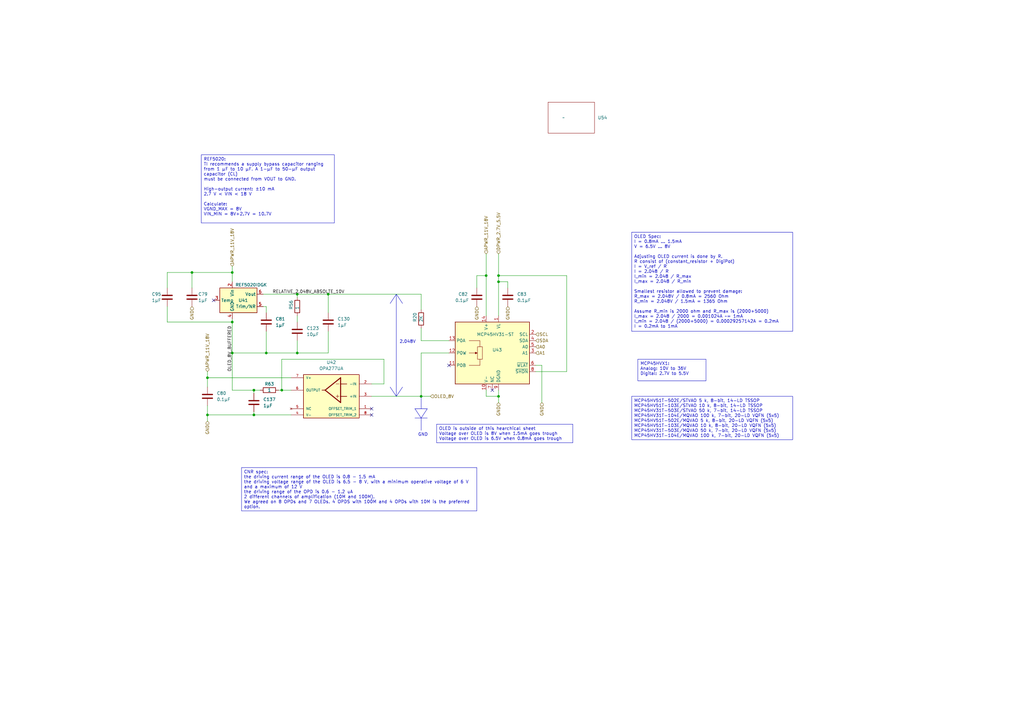
<source format=kicad_sch>
(kicad_sch (version 20230121) (generator eeschema)
  (paper "A3")
  (lib_symbols
    (symbol "Device:C" (pin_numbers hide) (pin_names (offset 0.254))
      (property "Reference" "C" (at 0.635 2.54 0))
      (property "Value" "C" (at 0.635 -2.54 0))
      (symbol "C_0_1"
        (polyline (pts (xy -2.032 -0.762) (xy 2.032 -0.762)) (stroke (width 0.508)))
        (polyline (pts (xy -2.032 0.762) (xy 2.032 0.762)) (stroke (width 0.508)))
      )
      (symbol "C_1_1"
        (pin passive line (at 0 3.81 270) (length 2.794) (name "~") (number "1"))
        (pin passive line (at 0 -3.81 90) (length 2.794) (name "~") (number "2"))
      )
    )
    (symbol "Device:R" (pin_numbers hide) (pin_names (offset 0))
      (property "Reference" "R" (at 2.032 0 90))
      (property "Value" "R" (at 0 0 90))
      (symbol "R_0_1"
        (rectangle (start -1.016 -2.54) (end 1.016 2.54) (stroke (width 0.254)))
      )
      (symbol "R_1_1"
        (pin passive line (at 0 3.81 270) (length 1.27) (name "~") (number "1"))
        (pin passive line (at 0 -3.81 90) (length 1.27) (name "~") (number "2"))
      )
    )
    (symbol "OPAx277:OPA277UA" (pin_names (offset 1.016))
      (property "Reference" "U" (at -10.16 13.97 0))
      (property "Value" "OPA277UA" (at -10.16 -6.35 0))
      (symbol "OPA277UA_0_0"
        (rectangle (start -10.16 13.97) (end 12.7 -3.81) (stroke (width 0.254)) (fill (type background)))
        (polyline (pts (xy -5.08 5.08) (xy -2.54 5.08)) (stroke (width 0.254)))
        (polyline (pts (xy -5.08 10.16) (xy -2.54 10.16)) (stroke (width 0.254)))
        (polyline (pts (xy -2.54 2.54) (xy 3.81 7.62)) (stroke (width 0.4064)))
        (polyline (pts (xy -2.54 5.08) (xy -2.54 2.54)) (stroke (width 0.4064)))
        (polyline (pts (xy -2.54 10.16) (xy -2.54 5.08)) (stroke (width 0.4064)))
        (polyline (pts (xy -2.54 12.7) (xy -2.54 10.16)) (stroke (width 0.4064)))
        (polyline (pts (xy -1.905 5.08) (xy -0.635 5.08)) (stroke (width 0.1524)))
        (polyline (pts (xy -1.905 10.16) (xy -0.635 10.16)) (stroke (width 0.1524)))
        (polyline (pts (xy -1.27 5.715) (xy -1.27 4.445)) (stroke (width 0.1524)))
        (polyline (pts (xy 3.81 7.62) (xy -2.54 12.7)) (stroke (width 0.4064)))
        (polyline (pts (xy 3.81 7.62) (xy 5.08 7.62)) (stroke (width 0.254)))
        (pin input line (at -15.24 0 0) (length 5.08) (name "OFFSET_TRIM_1") (number "1"))
        (pin input line (at -15.24 10.16 0) (length 5.08) (name "-IN") (number "2"))
        (pin input line (at -15.24 5.08 0) (length 5.08) (name "+IN") (number "3"))
        (pin power_in line (at 17.78 -2.54 180) (length 5.08) (name "V-") (number "4"))
        (pin no_connect line (at 17.78 0 180) (length 5.08) (name "NC") (number "5"))
        (pin output line (at 17.78 7.62 180) (length 5.08) (name "OUTPUT") (number "6"))
        (pin power_in line (at 17.78 12.7 180) (length 5.08) (name "V+") (number "7"))
        (pin input line (at -15.24 -2.54 0) (length 5.08) (name "OFFSET_TRIM_2") (number "8"))
      )
    )
    (symbol "Potentiometer_Digital:MCP45HV31-ST"
      (property "Reference" "U" (at -13.97 13.97 0))
      (property "Value" "MCP45HV31-ST" (at 11.43 13.97 0))
      (symbol "MCP45HV31-ST_0_1"
        (polyline (pts (xy 9.525 0) (xy 6.223 0)))
        (polyline (pts (xy 5.08 -2.54) (xy 5.08 -5.08) (xy 9.525 -5.08)))
        (polyline (pts (xy 5.08 2.54) (xy 5.08 5.08) (xy 9.525 5.08)))
        (polyline (pts (xy 6.223 0) (xy 6.985 0.381) (xy 6.985 -0.381) (xy 6.223 0)) (fill (type outline)))
        (polyline (pts (xy 6.096 2.54) (xy 4.064 2.54) (xy 4.064 -2.54) (xy 6.096 -2.54) (xy 6.096 2.54)))
      )
      (symbol "MCP45HV31-ST_1_1"
        (rectangle (start -15.24 12.7) (end 15.24 -12.7) (stroke (width 0.254)) (fill (type background)))
        (pin power_in line (at -2.54 15.24 270) (length 2.54) (name "VL") (number "1"))
        (pin power_in line (at 2.54 -15.24 90) (length 2.54) (name "V-") (number "10"))
        (pin passive line (at 17.78 -5.08 180) (length 2.54) (name "P0B") (number "11"))
        (pin passive line (at 17.78 0 180) (length 2.54) (name "P0W") (number "12"))
        (pin passive line (at 17.78 5.08 180) (length 2.54) (name "P0A") (number "13"))
        (pin power_in line (at 2.54 15.24 270) (length 2.54) (name "V+") (number "14"))
        (pin input line (at -17.78 7.62 0) (length 2.54) (name "SCL") (number "2"))
        (pin input line (at -17.78 0 0) (length 2.54) (name "A1") (number "3"))
        (pin bidirectional line (at -17.78 5.08 0) (length 2.54) (name "SDA") (number "4"))
        (pin input line (at -17.78 2.54 0) (length 2.54) (name "A0") (number "5"))
        (pin input line (at -17.78 -5.08 0) (length 2.54) (name "~{WLAT}") (number "6"))
        (pin passive line (at 0 -15.24 90) (length 2.54) (name "NC") (number "7"))
        (pin input line (at -17.78 -7.62 0) (length 2.54) (name "~{SHDN}") (number "8"))
        (pin power_in line (at -2.54 -15.24 90) (length 2.54) (name "DGND") (number "9"))
      )
    )
    (symbol "Reference_Voltage:REF5020IDGK"
      (property "Reference" "U" (at 0.635 8.255 0))
      (property "Value" "REF5020IDGK" (at -0.635 6.35 0))
      (symbol "REF5020IDGK_0_1"
        (rectangle (start -7.62 5.08) (end 7.62 -5.08) (stroke (width 0.254)) (fill (type background)))
      )
      (symbol "REF5020IDGK_1_1"
        (pin no_connect line (at -7.62 2.54 0) (length 2.54) hide (name "DNC") (number "1"))
        (pin power_in line (at -2.54 7.62 270) (length 2.54) (name "Vin") (number "2"))
        (pin passive line (at -10.16 0 0) (length 2.54) (name "Temp") (number "3"))
        (pin power_in line (at -2.54 -7.62 90) (length 2.54) (name "GND") (number "4"))
        (pin passive line (at 10.16 -2.54 180) (length 2.54) (name "Trim/NR") (number "5"))
        (pin power_out line (at 10.16 2.54 180) (length 2.54) (name "Vout") (number "6"))
        (pin no_connect line (at -5.08 -5.08 90) (length 2.54) hide (name "NC") (number "7"))
        (pin no_connect line (at 7.62 0 180) (length 2.54) hide (name "DNC") (number "8"))
      )
    )
    (symbol "h-ALO:OLED_Driver_Outline" (pin_numbers hide) (pin_names (offset 0) hide) (in_bom no)
      (property "Reference" "U" (at 1.27 0 0))
      (symbol "OLED_Driver_Outline_0_1"
        (rectangle (start -6.35 6.35) (end 12.7 -6.35))
      )
    )
  )
  (junction (at 109.22 144.78))
  (junction (at 204.47 115.57))
  (junction (at 85.09 154.94))
  (junction (at 204.47 113.03))
  (junction (at 104.14 160.02))
  (junction (at 204.47 162.56))
  (junction (at 95.25 144.78))
  (junction (at 85.09 170.18))
  (junction (at 104.14 170.18))
  (junction (at 121.92 144.78))
  (junction (at 121.92 120.65))
  (junction (at 199.39 113.03))
  (junction (at 172.72 162.56))
  (junction (at 134.62 120.65))
  (junction (at 95.25 111.76))
  (junction (at 95.25 132.08))
  (junction (at 115.57 160.02))
  (junction (at 78.74 111.76))
  (no_connect (at 201.93 160.02))
  (no_connect (at 152.4 167.64))
  (no_connect (at 152.4 170.18))
  (no_connect (at 87.63 123.19))
  (no_connect (at 184.15 149.86))
  (wire (pts (xy 78.74 111.76) (xy 78.74 118.11)))
  (wire (pts (xy 119.38 160.02) (xy 115.57 160.02)))
  (wire (pts (xy 104.14 170.18) (xy 119.38 170.18)))
  (wire (pts (xy 219.71 152.4) (xy 232.41 152.4)))
  (wire (pts (xy 134.62 144.78) (xy 134.62 135.89)))
  (wire (pts (xy 95.25 111.76) (xy 95.25 115.57)))
  (wire (pts (xy 95.25 132.08) (xy 95.25 144.78)))
  (wire (pts (xy 204.47 113.03) (xy 204.47 115.57)))
  (wire (pts (xy 114.3 160.02) (xy 115.57 160.02)))
  (wire (pts (xy 68.58 111.76) (xy 78.74 111.76)))
  (polyline (pts (xy 162.56 120.65) (xy 165.1 124.46)))
  (wire (pts (xy 121.92 144.78) (xy 134.62 144.78)))
  (wire (pts (xy 109.22 135.89) (xy 109.22 144.78)))
  (wire (pts (xy 172.72 139.7) (xy 172.72 134.62)))
  (wire (pts (xy 115.57 160.02) (xy 115.57 147.32)))
  (wire (pts (xy 121.92 120.65) (xy 134.62 120.65)))
  (wire (pts (xy 204.47 104.14) (xy 204.47 113.03)))
  (wire (pts (xy 95.25 109.22) (xy 95.25 111.76)))
  (wire (pts (xy 172.72 120.65) (xy 172.72 127)))
  (wire (pts (xy 68.58 125.73) (xy 68.58 132.08)))
  (wire (pts (xy 152.4 162.56) (xy 172.72 162.56)))
  (wire (pts (xy 172.72 144.78) (xy 172.72 162.56)))
  (wire (pts (xy 95.25 130.81) (xy 95.25 132.08)))
  (wire (pts (xy 121.92 120.65) (xy 121.92 121.92)))
  (wire (pts (xy 157.48 147.32) (xy 157.48 157.48)))
  (wire (pts (xy 104.14 168.91) (xy 104.14 170.18)))
  (polyline (pts (xy 172.72 171.45) (xy 170.18 167.64)))
  (polyline (pts (xy 170.18 171.45) (xy 175.26 171.45)))
  (polyline (pts (xy 172.72 171.45) (xy 172.72 176.53)))
  (wire (pts (xy 95.25 160.02) (xy 104.14 160.02)))
  (wire (pts (xy 204.47 115.57) (xy 208.28 115.57)))
  (wire (pts (xy 134.62 120.65) (xy 172.72 120.65)))
  (wire (pts (xy 184.15 139.7) (xy 172.72 139.7)))
  (wire (pts (xy 85.09 154.94) (xy 85.09 158.75)))
  (wire (pts (xy 208.28 115.57) (xy 208.28 118.11)))
  (polyline (pts (xy 172.72 162.56) (xy 172.72 167.64)))
  (wire (pts (xy 115.57 147.32) (xy 157.48 147.32)))
  (wire (pts (xy 78.74 111.76) (xy 95.25 111.76)))
  (wire (pts (xy 204.47 113.03) (xy 232.41 113.03)))
  (wire (pts (xy 109.22 144.78) (xy 121.92 144.78)))
  (wire (pts (xy 199.39 104.14) (xy 199.39 113.03)))
  (wire (pts (xy 172.72 162.56) (xy 176.53 162.56)))
  (wire (pts (xy 184.15 144.78) (xy 172.72 144.78)))
  (wire (pts (xy 121.92 144.78) (xy 121.92 139.7)))
  (wire (pts (xy 222.25 149.86) (xy 222.25 165.1)))
  (wire (pts (xy 85.09 170.18) (xy 104.14 170.18)))
  (polyline (pts (xy 162.56 120.65) (xy 162.56 162.56)))
  (wire (pts (xy 85.09 154.94) (xy 119.38 154.94)))
  (wire (pts (xy 219.71 149.86) (xy 222.25 149.86)))
  (wire (pts (xy 95.25 144.78) (xy 109.22 144.78)))
  (wire (pts (xy 85.09 152.4) (xy 85.09 154.94)))
  (polyline (pts (xy 172.72 171.45) (xy 175.26 167.64)))
  (wire (pts (xy 107.95 125.73) (xy 109.22 125.73)))
  (wire (pts (xy 157.48 157.48) (xy 152.4 157.48)))
  (wire (pts (xy 204.47 115.57) (xy 204.47 129.54)))
  (wire (pts (xy 121.92 129.54) (xy 121.92 132.08)))
  (wire (pts (xy 85.09 166.37) (xy 85.09 170.18)))
  (wire (pts (xy 104.14 160.02) (xy 106.68 160.02)))
  (wire (pts (xy 107.95 120.65) (xy 121.92 120.65)))
  (wire (pts (xy 104.14 160.02) (xy 104.14 161.29)))
  (wire (pts (xy 199.39 160.02) (xy 199.39 162.56)))
  (wire (pts (xy 195.58 113.03) (xy 199.39 113.03)))
  (wire (pts (xy 68.58 132.08) (xy 95.25 132.08)))
  (wire (pts (xy 68.58 118.11) (xy 68.58 111.76)))
  (wire (pts (xy 204.47 160.02) (xy 204.47 162.56)))
  (polyline (pts (xy 162.56 162.56) (xy 165.1 158.75)))
  (wire (pts (xy 199.39 113.03) (xy 199.39 129.54)))
  (wire (pts (xy 199.39 162.56) (xy 204.47 162.56)))
  (polyline (pts (xy 170.18 167.64) (xy 175.26 167.64)))
  (wire (pts (xy 109.22 125.73) (xy 109.22 128.27)))
  (wire (pts (xy 232.41 152.4) (xy 232.41 113.03)))
  (wire (pts (xy 85.09 170.18) (xy 85.09 172.72)))
  (polyline (pts (xy 162.56 162.56) (xy 160.02 158.75)))
  (wire (pts (xy 204.47 162.56) (xy 204.47 165.1)))
  (wire (pts (xy 95.25 144.78) (xy 95.25 160.02)))
  (polyline (pts (xy 162.56 120.65) (xy 160.02 124.46)))
  (wire (pts (xy 134.62 120.65) (xy 134.62 128.27)))
  (wire (pts (xy 195.58 113.03) (xy 195.58 118.11)))
  (text_box "OLED is outside of this hearchical sheet\nVoltage over OLED is 8V when 1.5mA goes trough\nVoltage over OLED is 6.5V when 0.8mA goes trough\n" (at 179.07 173.99 0) (size 55.88 7.62) (effects (font (size 1.27 1.27)) (justify left top)))
  (text_box "CNR spec:\nthe driving current range of the OLED is 0.8 - 1.5 mA\nthe driving voltage range of the OLED is 6.5 - 8 V, with a minimum operative voltage of 6 V and a maximum of 12 V\nthe driving range of the OPD is 0.6 - 1.2 uA\n2 different channels of amplification (10M and 100M). \nWe agreed on 8 OPDs and 7 OLEDs. 4 OPDS with 100M and 4 OPDs with 10M is the preferred option." (at 99.06 191.77 0) (size 96.52 17.78) (effects (font (size 1.27 1.27)) (justify left top)))
  (text_box "MCP45HV51T-502E/STVAO 5 k, 8-bit, 14-LD TSSOP\nMCP45HV51T-103E/STVAO 10 k, 8-bit, 14-LD TSSOP\nMCP45HV31T-503E/STVAO 50 k, 7-bit, 14-LD TSSOP\nMCP45HV31T-104E/MQVAO 100 k, 7-bit, 20-LD VQFN (5x5)\nMCP45HV51T-502E/MQVAO 5 k, 8-bit, 20-LD VQFN (5x5)\nMCP45HV51T-103E/MQVAO 10 k, 8-bit, 20-LD VQFN (5x5)\nMCP45HV31T-503E/MQVAO 50 k, 7-bit, 20-LD VQFN (5x5)\nMCP45HV31T-104E/MQVAO 100 k, 7-bit, 20-LD VQFN (5x5)" (at 259.08 162.56 0) (size 66.04 17.78) (effects (font (size 1.27 1.27)) (justify left top)))
  (text_box "OLED Spec:\nI = 0.8mA ... 1.5mA\nV = 6.5V ... 8V\n\nAdjusting OLED current is done by R.\nR consist of (constant_resistor + DigiPot)\nI = V_ref / R\nI = 2.048 / R\nI_min = 2.048 / R_max\nI_max = 2.048 / R_min\n\nSmallest resistor allowed to prevent damage:\nR_max = 2.048V / 0.8mA = 2560 Ohm\nR_min = 2.048V / 1.5mA = 1365 Ohm\n\nAssume R_min is 2000 ohm and R_max is (2000+5000)\nI_max = 2.048 / 2000 = 0.001024A ~= 1mA\nI_min = 2.048 / (2000+5000) = 0.00029257142A = 0.2mA\nI = 0.2mA to 1mA\n\n" (at 259.08 95.25 0) (size 66.04 40.64) (effects (font (size 1.27 1.27)) (justify left top)))
  (text_box "REF5020:\nTI recommends a supply bypass capacitor ranging\nfrom 1 μF to 10 μF. A 1-μF to 50-μF output capacitor (CL) \nmust be connected from VOUT to GND.\n\nHigh-output current: ±10 mA\n2.7 V < VIN < 18 V\n\nCalculate:\nVGND_MAX = 8V\nVIN_MIN = 8V+2.7V = 10.7V" (at 82.55 63.5 0) (size 54.61 27.94) (effects (font (size 1.27 1.27)) (justify left top)))
  (text_box "MCP45HVX1:\nAnalog: 10V to 36V\nDigital: 2.7V to 5.5V" (at 261.62 147.32 0) (size 27.94 8.89) (effects (font (size 1.27 1.27)) (justify left top)))
  (text "2.048V" (at 163.83 140.97 0) (effects (font (size 1.27 1.27)) (justify left bottom)))
  (text "GND" (at 171.45 179.07 0) (effects (font (size 1.27 1.27)) (justify left bottom)))
  (label "RELATIVE_2.048V_ABSOLTE_10V" (at 111.76 120.65 0))
  (label "OLED_8V_BUFFERED" (at 95.25 152.4 90))
  (hierarchical_label "OLED_8V" (shape input) (at 176.53 162.56 0))
  (hierarchical_label "APWR_11V_18V" (shape input) (at 85.09 152.4 90))
  (hierarchical_label "GND" (shape input) (at 222.25 165.1 270))
  (hierarchical_label "A1" (shape input) (at 219.71 144.78 0))
  (hierarchical_label "GND" (shape input) (at 85.09 172.72 270))
  (hierarchical_label "DPWR_2.7V_5.5V" (shape input) (at 204.47 104.14 90))
  (hierarchical_label "GND" (shape input) (at 195.58 125.73 270))
  (hierarchical_label "SCL" (shape input) (at 219.71 137.16 0))
  (hierarchical_label "APWR_11V_18V" (shape input) (at 95.25 109.22 90))
  (hierarchical_label "A0" (shape input) (at 219.71 142.24 0))
  (hierarchical_label "SDA" (shape input) (at 219.71 139.7 0))
  (hierarchical_label "GND" (shape input) (at 204.47 165.1 270))
  (hierarchical_label "APWR_11V_18V" (shape input) (at 199.39 104.14 90))
  (hierarchical_label "GND" (shape input) (at 78.74 125.73 270))
  (hierarchical_label "GND" (shape input) (at 208.28 125.73 270))
  (symbol (lib_id "Device:C") (at 109.22 132.08 0) (unit 1)
    (property "Reference" "C81" (at 113.03 130.81 0) (effects (justify left)))
    (property "Value" "1µF" (at 113.03 133.35 0) (effects (justify left)))
    (property "Footprint" "Capacitor_SMD:C_0603_1608Metric" (effects hide))
    (instances (project "demo_LMP7721" (path "" (reference "C81") (unit 1)) (path "" (reference "C30") (unit 1)) (path "" (reference "C46") (unit 1)) (path "" (reference "C56") (unit 1)) (path "" (reference "C71") (unit 1)) (path "" (reference "C76") (unit 1)) (path "" (reference "C66") (unit 1))))
  )
  (symbol (lib_id "Reference_Voltage:REF5020IDGK") (at 97.79 123.19 0) (unit 1)
    (property "Reference" "U41" (at 97.79 123.19 0) (effects (justify left)))
    (property "Value" "REF5020IDGK" (at 96.52 116.84 0) (effects (justify left)))
    (property "Footprint" "Package_SO:MSOP-8_3x3mm_P0.65mm" (effects hide))
    (property "Datasheet" "http://www.ti.com/lit/ds/symlink/ref5030.pdf" (effects hide))
    (instances (project "demo_LMP7721" (path "" (reference "U41") (unit 1)) (path "" (reference "U1") (unit 1)) (path "" (reference "U25") (unit 1)) (path "" (reference "U28") (unit 1)) (path "" (reference "U34") (unit 1)) (path "" (reference "U39") (unit 1)) (path "" (reference "U31") (unit 1))))
  )
  (symbol (lib_id "Device:C") (at 78.74 121.92 0) (unit 1)
    (property "Reference" "C79" (at 81.28 120.65 0) (effects (justify left)))
    (property "Value" "1µF" (at 81.28 123.19 0) (effects (justify left)))
    (property "Footprint" "Capacitor_SMD:C_0603_1608Metric" (effects hide))
    (instances (project "demo_LMP7721" (path "" (reference "C79") (unit 1)) (path "" (reference "C3") (unit 1)) (path "" (reference "C33") (unit 1)) (path "" (reference "C52") (unit 1)) (path "" (reference "C69") (unit 1)) (path "" (reference "C74") (unit 1)) (path "" (reference "C60") (unit 1))))
  )
  (symbol (lib_id "Device:C") (at 85.09 162.56 0) (unit 1)
    (property "Reference" "C80" (at 88.9 161.29 0) (effects (justify left)))
    (property "Value" "0.1μF" (at 88.9 163.83 0) (effects (justify left)))
    (property "Footprint" "Capacitor_SMD:C_0603_1608Metric" (effects hide))
    (instances (project "demo_LMP7721" (path "" (reference "C80") (unit 1)) (path "" (reference "C14") (unit 1)) (path "" (reference "C34") (unit 1)) (path "" (reference "C54") (unit 1)) (path "" (reference "C70") (unit 1)) (path "" (reference "C75") (unit 1)) (path "" (reference "C65") (unit 1))))
  )
  (symbol (lib_id "Device:C") (at 195.58 121.92 0) (unit 1)
    (property "Reference" "C82" (at 187.96 120.65 0) (effects (justify left)))
    (property "Value" "0.1μF" (at 186.69 123.19 0) (effects (justify left)))
    (property "Footprint" "Capacitor_SMD:C_0603_1608Metric" (effects hide))
    (instances (project "demo_LMP7721" (path "" (reference "C82") (unit 1)) (path "" (reference "C31") (unit 1)) (path "" (reference "C48") (unit 1)) (path "" (reference "C58") (unit 1)) (path "" (reference "C72") (unit 1)) (path "" (reference "C77") (unit 1)) (path "" (reference "C67") (unit 1))))
  )
  (symbol (lib_id "Device:C") (at 68.58 121.92 0) (unit 1)
    (property "Reference" "C95" (at 62.23 120.65 0) (effects (justify left)))
    (property "Value" "1µF" (at 62.23 123.19 0) (effects (justify left)))
    (property "Footprint" "Capacitor_SMD:C_0603_1608Metric" (effects hide))
    (instances (project "demo_LMP7721" (path "" (reference "C95") (unit 1)) (path "" (reference "C89") (unit 1)) (path "" (reference "C90") (unit 1)) (path "" (reference "C91") (unit 1)) (path "" (reference "C93") (unit 1)) (path "" (reference "C94") (unit 1)) (path "" (reference "C92") (unit 1))))
  )
  (symbol (lib_id "Device:R") (at 172.72 130.81 0) (unit 1)
    (property "Reference" "R20" (at 170.18 132.08 90) (effects (justify left)))
    (property "Value" "2K" (at 172.72 132.08 90) (effects (justify left)))
    (property "Footprint" "Resistor_SMD:R_0603_1608Metric" (effects hide))
    (instances (project "demo_LMP7721" (path "" (reference "R20") (unit 1)) (path "" (reference "R4") (unit 1)) (path "" (reference "R6") (unit 1)) (path "" (reference "R8") (unit 1)) (path "" (reference "R16") (unit 1)) (path "" (reference "R24") (unit 1)) (path "" (reference "R12") (unit 1))))
  )
  (symbol (lib_id "Device:C") (at 104.14 165.1 0) (unit 1)
    (property "Reference" "C137" (at 107.95 163.83 0) (effects (justify left)))
    (property "Value" "1µF" (at 107.95 166.37 0) (effects (justify left)))
    (property "Footprint" "Capacitor_SMD:C_0603_1608Metric" (effects hide))
    (instances (project "demo_LMP7721" (path "" (reference "C137") (unit 1)) (path "" (reference "C138") (unit 1)) (path "" (reference "C139") (unit 1)) (path "" (reference "C140") (unit 1)) (path "" (reference "C141") (unit 1)) (path "" (reference "C142") (unit 1)) (path "" (reference "C143") (unit 1))))
  )
  (symbol (lib_id "Device:C") (at 208.28 121.92 0) (unit 1)
    (property "Reference" "C83" (at 212.09 120.6499 0) (effects (justify left)))
    (property "Value" "0.1μF" (at 212.09 123.1899 0) (effects (justify left)))
    (property "Footprint" "Capacitor_SMD:C_0603_1608Metric" (effects hide))
    (instances (project "demo_LMP7721" (path "" (reference "C83") (unit 1)) (path "" (reference "C32") (unit 1)) (path "" (reference "C50") (unit 1)) (path "" (reference "C59") (unit 1)) (path "" (reference "C73") (unit 1)) (path "" (reference "C78") (unit 1)) (path "" (reference "C68") (unit 1))))
  )
  (symbol (lib_id "Device:C") (at 134.62 132.08 0) (unit 1)
    (property "Reference" "C130" (at 138.43 130.81 0) (effects (justify left)))
    (property "Value" "1µF" (at 138.43 133.35 0) (effects (justify left)))
    (property "Footprint" "Capacitor_SMD:C_0603_1608Metric" (effects hide))
    (instances (project "demo_LMP7721" (path "" (reference "C130") (unit 1)) (path "" (reference "C131") (unit 1)) (path "" (reference "C132") (unit 1)) (path "" (reference "C133") (unit 1)) (path "" (reference "C134") (unit 1)) (path "" (reference "C135") (unit 1)) (path "" (reference "C136") (unit 1))))
  )
  (symbol (lib_id "h-ALO:OLED_Driver_Outline") (at 231.14 48.26 0) (unit 1) (in_bom no)
    (property "Reference" "U54" (at 245.11 48.26 0) (effects (justify left)))
    (property "Value" "~" (at 231.14 48.26 0))
    (property "Footprint" "h-ALO:OLED_Driver_Outline" (effects hide))
    (property "Sim.Enable" "0" (effects hide))
    (instances (project "demo_LMP7721" (path "" (reference "U54") (unit 1)) (path "" (reference "U55") (unit 1)) (path "" (reference "U56") (unit 1)) (path "" (reference "U57") (unit 1)) (path "" (reference "U60") (unit 1)) (path "" (reference "U58") (unit 1)) (path "" (reference "U59") (unit 1))))
  )
  (symbol (lib_id "Device:C") (at 121.92 135.89 0) (unit 1)
    (property "Reference" "C123" (at 125.73 134.62 0) (effects (justify left)))
    (property "Value" "10µF" (at 125.73 137.16 0) (effects (justify left)))
    (property "Footprint" "Capacitor_SMD:C_1206_3216Metric" (effects hide))
    (instances (project "demo_LMP7721" (path "" (reference "C123") (unit 1)) (path "" (reference "C124") (unit 1)) (path "" (reference "C125") (unit 1)) (path "" (reference "C126") (unit 1)) (path "" (reference "C127") (unit 1)) (path "" (reference "C128") (unit 1)) (path "" (reference "C129") (unit 1))))
  )
  (symbol (lib_id "Potentiometer_Digital:MCP45HV31-ST") (at 201.93 144.78 0) (mirror y) (unit 1)
    (property "Reference" "U43" (at 201.93 143.51 0) (effects (justify right)))
    (property "Value" "MCP45HV31-ST" (at 195.58 137.16 0) (effects (justify right)))
    (property "Footprint" "Package_SO:TSSOP-14_4.4x5mm_P0.65mm" (effects hide))
    (property "Datasheet" "http://ww1.microchip.com/downloads/en/DeviceDoc/20005304A.pdf" (effects hide))
    (property "Mouser" "https://eu.mouser.com/ProductDetail/Microchip-Technology/MCP45HV51-502E-ST?qs=wzzOUr4NhYo51RHFtIUWQw%3D%3D" (effects hide))
    (instances (project "demo_LMP7721" (path "" (reference "U43") (unit 1)) (path "" (reference "U9") (unit 1)) (path "" (reference "U27") (unit 1)) (path "" (reference "U30") (unit 1)) (path "" (reference "U37") (unit 1)) (path "" (reference "U44") (unit 1)) (path "" (reference "U33") (unit 1))))
  )
  (symbol (lib_id "Device:R") (at 110.49 160.02 90) (unit 1)
    (property "Reference" "R63" (at 110.49 157.48 90))
    (property "Value" "1" (at 110.49 160.02 90))
    (property "Footprint" "Resistor_SMD:R_0603_1608Metric" (effects hide))
    (instances (project "demo_LMP7721" (path "" (reference "R63") (unit 1)) (path "" (reference "R64") (unit 1)) (path "" (reference "R65") (unit 1)) (path "" (reference "R66") (unit 1)) (path "" (reference "R67") (unit 1)) (path "" (reference "R68") (unit 1)) (path "" (reference "R69") (unit 1))))
  )
  (symbol (lib_id "Device:R") (at 121.92 125.73 0) (unit 1)
    (property "Reference" "R56" (at 119.38 127 90) (effects (justify left)))
    (property "Value" "1" (at 121.92 127 90) (effects (justify left)))
    (property "Footprint" "Resistor_SMD:R_0603_1608Metric" (effects hide))
    (instances (project "demo_LMP7721" (path "" (reference "R56") (unit 1)) (path "" (reference "R57") (unit 1)) (path "" (reference "R58") (unit 1)) (path "" (reference "R59") (unit 1)) (path "" (reference "R60") (unit 1)) (path "" (reference "R61") (unit 1)) (path "" (reference "R62") (unit 1))))
  )
  (symbol (lib_id "OPAx277:OPA277UA") (at 137.16 167.64 0) (mirror y) (unit 1)
    (property "Reference" "U42" (at 135.89 148.59 0))
    (property "Value" "OPA277UA" (at 135.89 151.13 0))
    (property "Footprint" "Package_SO:SOIC-8_3.9x4.9mm_P1.27mm" (effects hide))
    (property "PARTREV" "02/2019" (effects hide))
    (property "MAXIMUM_PACKAGE_HEIGHT" "1.75 mm" (effects hide))
    (property "STANDARD" "IPC 7351B" (effects hide))
    (property "MANUFACTURER" "Texas Instruments" (effects hide))
    (instances (project "demo_LMP7721" (path "" (reference "U42") (unit 1)) (path "" (reference "U8") (unit 1)) (path "" (reference "U26") (unit 1)) (path "" (reference "U29") (unit 1)) (path "" (reference "U35") (unit 1)) (path "" (reference "U40") (unit 1)) (path "" (reference "U32") (unit 1))))
  )
)
</source>
